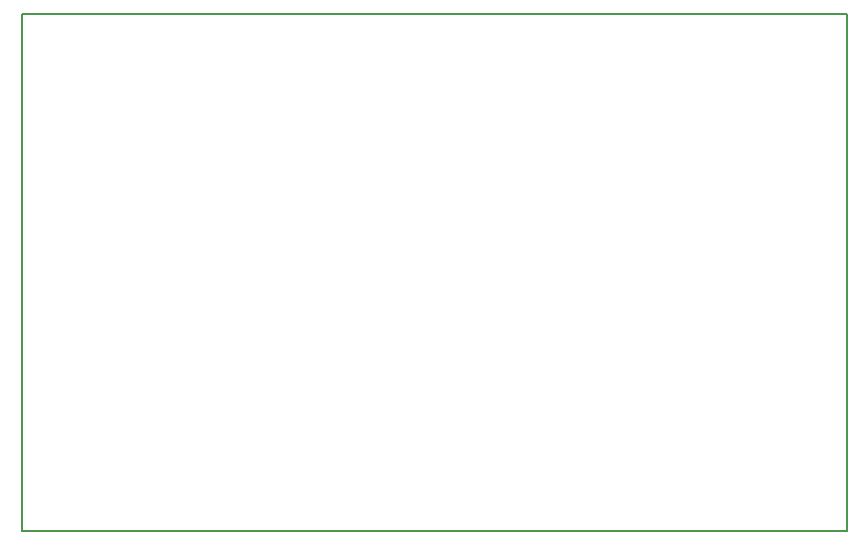
<source format=gbr>
G04 DipTrace 3.2.0.1*
G04 BoardOutline.gbr*
%MOIN*%
G04 #@! TF.FileFunction,Profile*
G04 #@! TF.Part,Single*
%ADD11C,0.005512*%
%FSLAX26Y26*%
G04*
G70*
G90*
G75*
G01*
G04 BoardOutline*
%LPD*%
X393701Y393701D2*
D11*
X3143701D1*
Y2118701D1*
X393701D1*
Y393701D1*
M02*

</source>
